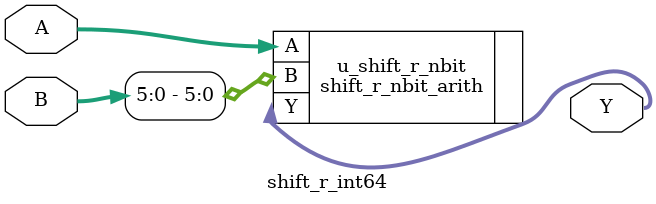
<source format=v>

module shift_r_int64 #(
    parameter WIDTH = 64
)(
    input [WIDTH-1:0] A,
    input [WIDTH-1:0] B,
    output [WIDTH-1:0] Y
);

    localparam SHIFT_WIDTH = 6;

    shift_r_nbit_arith #(
        .WIDTH(WIDTH),
        .SHIFT_WIDTH(SHIFT_WIDTH)
    ) u_shift_r_nbit (
        .A(A),
        .B(B[SHIFT_WIDTH-1:0]),
        .Y(Y)
    );

endmodule

</source>
